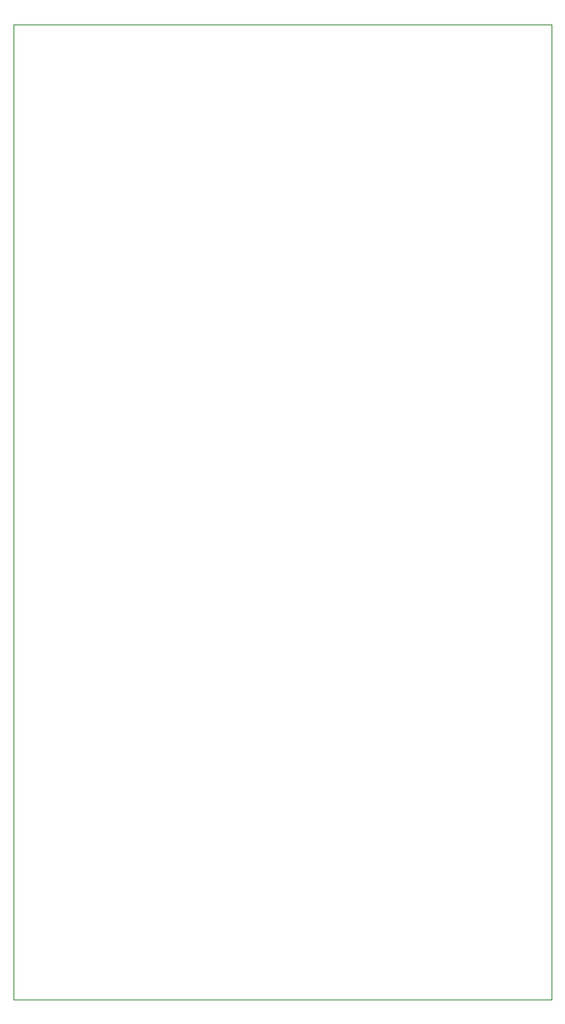
<source format=gbr>
G04 #@! TF.GenerationSoftware,KiCad,Pcbnew,5.1.4-e60b266~84~ubuntu18.04.1*
G04 #@! TF.CreationDate,2019-08-27T12:37:19-06:00*
G04 #@! TF.ProjectId,APRS_MicroNode,41505253-5f4d-4696-9372-6f4e6f64652e,rev?*
G04 #@! TF.SameCoordinates,Original*
G04 #@! TF.FileFunction,Profile,NP*
%FSLAX46Y46*%
G04 Gerber Fmt 4.6, Leading zero omitted, Abs format (unit mm)*
G04 Created by KiCad (PCBNEW 5.1.4-e60b266~84~ubuntu18.04.1) date 2019-08-27 12:37:19*
%MOMM*%
%LPD*%
G04 APERTURE LIST*
%ADD10C,0.050000*%
G04 APERTURE END LIST*
D10*
X149860000Y-181610000D02*
X149860000Y-83820000D01*
X95885000Y-181610000D02*
X149860000Y-181610000D01*
X95885000Y-83820000D02*
X95885000Y-181610000D01*
X149860000Y-83820000D02*
X95885000Y-83820000D01*
M02*

</source>
